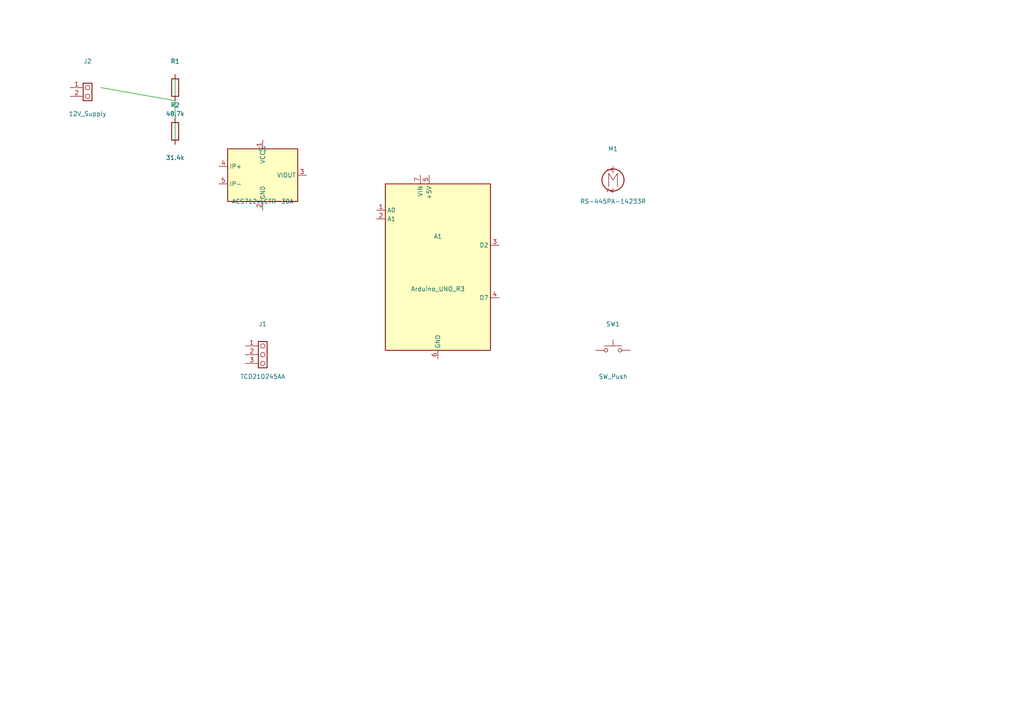
<source format=kicad_sch>
(kicad_sch (version 20230121) (generator eeschema)
  (paper "A4")
  (lib_symbols
    (symbol "Device:R" (pin_numbers hide) (pin_names (offset 0))
      (property "Reference" "R" (at 2.032 0 90))
      (property "Value" "R" (at 0 0 90))
      (symbol "R_0_1"
        (rectangle (start -1.016 -2.54) (end 1.016 2.54) (stroke (width 0.254)))
      )
      (symbol "R_1_1"
        (pin passive line (at 0 3.81 270) (length 1.27) (name "~") (number "1"))
        (pin passive line (at 0 -3.81 90) (length 1.27) (name "~") (number "2"))
      )
    )
    (symbol "Connector:Screw_Terminal_01x02" (pin_names (offset 1.016) hide)
      (property "Reference" "J" (at 0 2.54 0))
      (property "Value" "Screw_Terminal_01x02" (at 0 -5.08 0))
      (symbol "Screw_Terminal_01x02_1_1"
        (rectangle (start -1.27 1.27) (end 1.27 -3.81) (stroke (width 0.254)))
        (circle (center 0 0) (radius 0.635) (stroke (width 0.1524)))
        (circle (center 0 -2.54) (radius 0.635) (stroke (width 0.1524)))
        (pin passive line (at -5.08 0 0) (length 3.81) (name "Pin_1") (number "1"))
        (pin passive line (at -5.08 -2.54 0) (length 3.81) (name "Pin_2") (number "2"))
      )
    )
    (symbol "Connector:Screw_Terminal_01x03" (pin_names (offset 1.016) hide)
      (property "Reference" "J" (at 0 3.81 0))
      (property "Value" "Screw_Terminal_01x03" (at 0 -6.35 0))
      (symbol "Screw_Terminal_01x03_1_1"
        (rectangle (start -1.27 2.54) (end 1.27 -5.08) (stroke (width 0.254)))
        (circle (center 0 1.27) (radius 0.635) (stroke (width 0.1524)))
        (circle (center 0 -1.27) (radius 0.635) (stroke (width 0.1524)))
        (circle (center 0 -3.81) (radius 0.635) (stroke (width 0.1524)))
        (pin passive line (at -5.08 1.27 0) (length 3.81) (name "Pin_1") (number "1"))
        (pin passive line (at -5.08 -1.27 0) (length 3.81) (name "Pin_2") (number "2"))
        (pin passive line (at -5.08 -3.81 0) (length 3.81) (name "Pin_3") (number "3"))
      )
    )
    (symbol "Switch:SW_Push" (pin_numbers hide) (pin_names (offset 1.016) hide)
      (property "Reference" "SW" (at 1.27 2.54 0))
      (property "Value" "SW_Push" (at 0 -1.524 0))
      (symbol "SW_Push_0_1"
        (circle (center -2.032 0) (radius 0.508))
        (polyline (pts (xy 0 1.27) (xy 0 3.048)))
        (polyline (pts (xy 2.54 1.27) (xy -2.54 1.27)))
        (circle (center 2.032 0) (radius 0.508))
        (pin passive line (at -5.08 0 0) (length 2.54) (name "1") (number "1"))
        (pin passive line (at 5.08 0 180) (length 2.54) (name "2") (number "2"))
      )
    )
    (symbol "MCU_Module:Arduino_UNO_R3"
      (property "Reference" "A" (at -10.16 23.495 0))
      (property "Value" "Arduino_UNO_R3" (at 5.08 -26.67 0))
      (symbol "Arduino_UNO_R3_0_1"
        (rectangle (start -15.24 22.86) (end 15.24 -25.4) (stroke (width 0.254)) (fill (type background)))
      )
      (symbol "Arduino_UNO_R3_1_1"
        (pin bidirectional line (at -17.78 15.24 0) (length 2.54) (name "A0") (number "1"))
        (pin bidirectional line (at -17.78 12.7 0) (length 2.54) (name "A1") (number "2"))
        (pin bidirectional line (at 17.78 5.08 180) (length 2.54) (name "D2") (number "3"))
        (pin bidirectional line (at 17.78 -10.16 180) (length 2.54) (name "D7") (number "4"))
        (pin power_out line (at -2.54 25.4 270) (length 2.54) (name "+5V") (number "5"))
        (pin power_in line (at 0 -27.94 90) (length 2.54) (name "GND") (number "6"))
        (pin power_in line (at -5.08 25.4 270) (length 2.54) (name "VIN") (number "7"))
      )
    )
    (symbol "Motor:Motor_DC" (pin_names (offset 0) hide)
      (property "Reference" "M" (at 2.54 2.54 0))
      (property "Value" "Motor_DC" (at 2.54 -5.08 0))
      (symbol "Motor_DC_0_0"
        (polyline (pts (xy -1.27 -3.302) (xy -1.27 0.508) (xy 0 -1.397) (xy 1.27 0.508) (xy 1.27 -3.302)))
        (circle (center 0 -1.397) (radius 3.2004) (stroke (width 0.254)))
        (pin passive line (at 0 2.54 270) (length 1.905) (name "+") (number "1"))
        (pin passive line (at 0 -5.08 90) (length 1.143) (name "-") (number "2"))
      )
    )
    (symbol "Sensor_Current:ACS712xLCTR-30A"
      (property "Reference" "U" (at -10.16 8.89 0))
      (property "Value" "ACS712xLCTR-30A" (at 1.27 8.89 0))
      (symbol "ACS712xLCTR-30A_0_1"
        (rectangle (start -10.16 7.62) (end 10.16 -7.62) (stroke (width 0.254)) (fill (type background)))
      )
      (symbol "ACS712xLCTR-30A_1_1"
        (pin power_in line (at 0 10.16 270) (length 2.54) (name "VCC") (number "1"))
        (pin power_in line (at 0 -10.16 90) (length 2.54) (name "GND") (number "2"))
        (pin output line (at 12.7 0 180) (length 2.54) (name "VIOUT") (number "3"))
        (pin passive line (at -12.7 2.54 0) (length 2.54) (name "IP+") (number "4"))
        (pin passive line (at -12.7 -2.54 0) (length 2.54) (name "IP-") (number "5"))
      )
    )
  )
  (wire (pts (xy 29.209999999999997 25.4) (xy 50.8 29.209999999999997)))
  (wire (pts (xy 50.8 21.59) (xy 50.8 41.910000000000004)))
  (symbol (lib_id "MCU_Module:Arduino_UNO_R3") (at 127 76.2 0) (unit 1)
    (property "Reference" "A1" (at 127 68.58 0))
    (property "Value" "Arduino_UNO_R3" (at 127 83.82000000000001 0))
    (property "Footprint" "Module:Arduino_UNO_R3" (effects hide))
    (property "Datasheet" "https://www.arduino.cc/en/Main/arduinoBoardUno" (effects hide))
  )
  (symbol (lib_id "Sensor_Current:ACS712xLCTR-30A") (at 76.2 50.8 0) (unit 1)
    (property "Reference" "U1" (at 76.2 43.18 0))
    (property "Value" "ACS712xLCTR-30A" (at 76.2 58.419999999999995 0))
    (property "Footprint" "Package_SO:SOIC-8_3.9x4.9mm_P1.27mm" (effects hide))
  )
  (symbol (lib_id "Motor:Motor_DC") (at 177.8 50.8 0) (unit 1)
    (property "Reference" "M1" (at 177.8 43.18 0))
    (property "Value" "RS-445PA-14233R" (at 177.8 58.419999999999995 0))
    (property "Footprint" "TerminalBlock_Phoenix:TerminalBlock_Phoenix_MKDS-1,5-2_1x02_P5.00mm_Horizontal" (effects hide))
  )
  (symbol (lib_id "Connector:Screw_Terminal_01x03") (at 76.2 101.6 0) (unit 1)
    (property "Reference" "J1" (at 76.2 93.97999999999999 0))
    (property "Value" "TCD210245AA" (at 76.2 109.22 0))
    (property "Footprint" "TerminalBlock:TerminalBlock_bornier-3_P5.08mm" (effects hide))
  )
  (symbol (lib_id "Switch:SW_Push") (at 177.8 101.6 0) (unit 1)
    (property "Reference" "SW1" (at 177.8 93.97999999999999 0))
    (property "Value" "SW_Push" (at 177.8 109.22 0))
    (property "Footprint" "Button_Switch_THT:SW_PUSH_6mm" (effects hide))
  )
  (symbol (lib_id "Connector:Screw_Terminal_01x02") (at 25.4 25.4 0) (unit 1)
    (property "Reference" "J2" (at 25.4 17.779999999999998 0))
    (property "Value" "12V_Supply" (at 25.4 33.019999999999996 0))
    (property "Footprint" "TerminalBlock:TerminalBlock_bornier-2_P5.08mm" (effects hide))
  )
  (symbol (lib_id "Device:R") (at 50.8 25.4 0) (unit 1)
    (property "Reference" "R1" (at 50.8 17.779999999999998 0))
    (property "Value" "48.7k" (at 50.8 33.019999999999996 0))
    (property "Footprint" "Resistor_SMD:R_0805_2012Metric" (effects hide))
  )
  (symbol (lib_id "Device:R") (at 50.8 38.1 0) (unit 1)
    (property "Reference" "R2" (at 50.8 30.48 0))
    (property "Value" "31.4k" (at 50.8 45.72 0))
    (property "Footprint" "Resistor_SMD:R_0805_2012Metric" (effects hide))
  )
)
</source>
